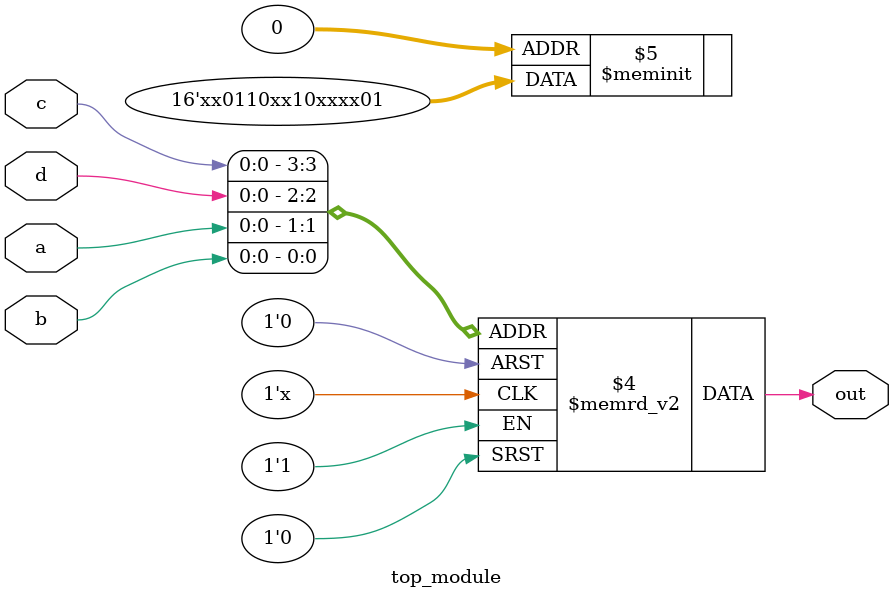
<source format=sv>
module top_module (
    input a, 
    input b,
    input c,
    input d,
    output reg out
);

always @(*) begin
    case ({c, d, a, b})
        4'b0000, 4'b0111, 4'b1011, 4'b1100: out = 1'b1;
        4'b0001, 4'b0110, 4'b1010, 4'b1101: out = 1'b0;
        default: out = 1'bx;
    endcase
end

endmodule

</source>
